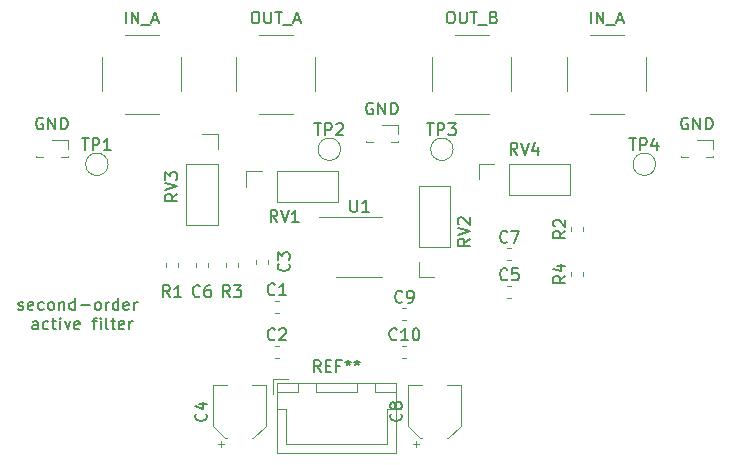
<source format=gbr>
G04 #@! TF.GenerationSoftware,KiCad,Pcbnew,(5.1.2)-2*
G04 #@! TF.CreationDate,2019-07-08T09:46:09+08:00*
G04 #@! TF.ProjectId,active_filter,61637469-7665-45f6-9669-6c7465722e6b,rev?*
G04 #@! TF.SameCoordinates,Original*
G04 #@! TF.FileFunction,Legend,Top*
G04 #@! TF.FilePolarity,Positive*
%FSLAX46Y46*%
G04 Gerber Fmt 4.6, Leading zero omitted, Abs format (unit mm)*
G04 Created by KiCad (PCBNEW (5.1.2)-2) date 2019-07-08 09:46:09*
%MOMM*%
%LPD*%
G04 APERTURE LIST*
%ADD10C,0.150000*%
%ADD11C,0.120000*%
G04 APERTURE END LIST*
D10*
X112729047Y-98004761D02*
X112824285Y-98052380D01*
X113014761Y-98052380D01*
X113110000Y-98004761D01*
X113157619Y-97909523D01*
X113157619Y-97861904D01*
X113110000Y-97766666D01*
X113014761Y-97719047D01*
X112871904Y-97719047D01*
X112776666Y-97671428D01*
X112729047Y-97576190D01*
X112729047Y-97528571D01*
X112776666Y-97433333D01*
X112871904Y-97385714D01*
X113014761Y-97385714D01*
X113110000Y-97433333D01*
X113967142Y-98004761D02*
X113871904Y-98052380D01*
X113681428Y-98052380D01*
X113586190Y-98004761D01*
X113538571Y-97909523D01*
X113538571Y-97528571D01*
X113586190Y-97433333D01*
X113681428Y-97385714D01*
X113871904Y-97385714D01*
X113967142Y-97433333D01*
X114014761Y-97528571D01*
X114014761Y-97623809D01*
X113538571Y-97719047D01*
X114871904Y-98004761D02*
X114776666Y-98052380D01*
X114586190Y-98052380D01*
X114490952Y-98004761D01*
X114443333Y-97957142D01*
X114395714Y-97861904D01*
X114395714Y-97576190D01*
X114443333Y-97480952D01*
X114490952Y-97433333D01*
X114586190Y-97385714D01*
X114776666Y-97385714D01*
X114871904Y-97433333D01*
X115443333Y-98052380D02*
X115348095Y-98004761D01*
X115300476Y-97957142D01*
X115252857Y-97861904D01*
X115252857Y-97576190D01*
X115300476Y-97480952D01*
X115348095Y-97433333D01*
X115443333Y-97385714D01*
X115586190Y-97385714D01*
X115681428Y-97433333D01*
X115729047Y-97480952D01*
X115776666Y-97576190D01*
X115776666Y-97861904D01*
X115729047Y-97957142D01*
X115681428Y-98004761D01*
X115586190Y-98052380D01*
X115443333Y-98052380D01*
X116205238Y-97385714D02*
X116205238Y-98052380D01*
X116205238Y-97480952D02*
X116252857Y-97433333D01*
X116348095Y-97385714D01*
X116490952Y-97385714D01*
X116586190Y-97433333D01*
X116633809Y-97528571D01*
X116633809Y-98052380D01*
X117538571Y-98052380D02*
X117538571Y-97052380D01*
X117538571Y-98004761D02*
X117443333Y-98052380D01*
X117252857Y-98052380D01*
X117157619Y-98004761D01*
X117110000Y-97957142D01*
X117062380Y-97861904D01*
X117062380Y-97576190D01*
X117110000Y-97480952D01*
X117157619Y-97433333D01*
X117252857Y-97385714D01*
X117443333Y-97385714D01*
X117538571Y-97433333D01*
X118014761Y-97671428D02*
X118776666Y-97671428D01*
X119395714Y-98052380D02*
X119300476Y-98004761D01*
X119252857Y-97957142D01*
X119205238Y-97861904D01*
X119205238Y-97576190D01*
X119252857Y-97480952D01*
X119300476Y-97433333D01*
X119395714Y-97385714D01*
X119538571Y-97385714D01*
X119633809Y-97433333D01*
X119681428Y-97480952D01*
X119729047Y-97576190D01*
X119729047Y-97861904D01*
X119681428Y-97957142D01*
X119633809Y-98004761D01*
X119538571Y-98052380D01*
X119395714Y-98052380D01*
X120157619Y-98052380D02*
X120157619Y-97385714D01*
X120157619Y-97576190D02*
X120205238Y-97480952D01*
X120252857Y-97433333D01*
X120348095Y-97385714D01*
X120443333Y-97385714D01*
X121205238Y-98052380D02*
X121205238Y-97052380D01*
X121205238Y-98004761D02*
X121110000Y-98052380D01*
X120919523Y-98052380D01*
X120824285Y-98004761D01*
X120776666Y-97957142D01*
X120729047Y-97861904D01*
X120729047Y-97576190D01*
X120776666Y-97480952D01*
X120824285Y-97433333D01*
X120919523Y-97385714D01*
X121110000Y-97385714D01*
X121205238Y-97433333D01*
X122062380Y-98004761D02*
X121967142Y-98052380D01*
X121776666Y-98052380D01*
X121681428Y-98004761D01*
X121633809Y-97909523D01*
X121633809Y-97528571D01*
X121681428Y-97433333D01*
X121776666Y-97385714D01*
X121967142Y-97385714D01*
X122062380Y-97433333D01*
X122110000Y-97528571D01*
X122110000Y-97623809D01*
X121633809Y-97719047D01*
X122538571Y-98052380D02*
X122538571Y-97385714D01*
X122538571Y-97576190D02*
X122586190Y-97480952D01*
X122633809Y-97433333D01*
X122729047Y-97385714D01*
X122824285Y-97385714D01*
X114371904Y-99702380D02*
X114371904Y-99178571D01*
X114324285Y-99083333D01*
X114229047Y-99035714D01*
X114038571Y-99035714D01*
X113943333Y-99083333D01*
X114371904Y-99654761D02*
X114276666Y-99702380D01*
X114038571Y-99702380D01*
X113943333Y-99654761D01*
X113895714Y-99559523D01*
X113895714Y-99464285D01*
X113943333Y-99369047D01*
X114038571Y-99321428D01*
X114276666Y-99321428D01*
X114371904Y-99273809D01*
X115276666Y-99654761D02*
X115181428Y-99702380D01*
X114990952Y-99702380D01*
X114895714Y-99654761D01*
X114848095Y-99607142D01*
X114800476Y-99511904D01*
X114800476Y-99226190D01*
X114848095Y-99130952D01*
X114895714Y-99083333D01*
X114990952Y-99035714D01*
X115181428Y-99035714D01*
X115276666Y-99083333D01*
X115562380Y-99035714D02*
X115943333Y-99035714D01*
X115705238Y-98702380D02*
X115705238Y-99559523D01*
X115752857Y-99654761D01*
X115848095Y-99702380D01*
X115943333Y-99702380D01*
X116276666Y-99702380D02*
X116276666Y-99035714D01*
X116276666Y-98702380D02*
X116229047Y-98750000D01*
X116276666Y-98797619D01*
X116324285Y-98750000D01*
X116276666Y-98702380D01*
X116276666Y-98797619D01*
X116657619Y-99035714D02*
X116895714Y-99702380D01*
X117133809Y-99035714D01*
X117895714Y-99654761D02*
X117800476Y-99702380D01*
X117610000Y-99702380D01*
X117514761Y-99654761D01*
X117467142Y-99559523D01*
X117467142Y-99178571D01*
X117514761Y-99083333D01*
X117610000Y-99035714D01*
X117800476Y-99035714D01*
X117895714Y-99083333D01*
X117943333Y-99178571D01*
X117943333Y-99273809D01*
X117467142Y-99369047D01*
X118990952Y-99035714D02*
X119371904Y-99035714D01*
X119133809Y-99702380D02*
X119133809Y-98845238D01*
X119181428Y-98750000D01*
X119276666Y-98702380D01*
X119371904Y-98702380D01*
X119705238Y-99702380D02*
X119705238Y-99035714D01*
X119705238Y-98702380D02*
X119657619Y-98750000D01*
X119705238Y-98797619D01*
X119752857Y-98750000D01*
X119705238Y-98702380D01*
X119705238Y-98797619D01*
X120324285Y-99702380D02*
X120229047Y-99654761D01*
X120181428Y-99559523D01*
X120181428Y-98702380D01*
X120562380Y-99035714D02*
X120943333Y-99035714D01*
X120705238Y-98702380D02*
X120705238Y-99559523D01*
X120752857Y-99654761D01*
X120848095Y-99702380D01*
X120943333Y-99702380D01*
X121657619Y-99654761D02*
X121562380Y-99702380D01*
X121371904Y-99702380D01*
X121276666Y-99654761D01*
X121229047Y-99559523D01*
X121229047Y-99178571D01*
X121276666Y-99083333D01*
X121371904Y-99035714D01*
X121562380Y-99035714D01*
X121657619Y-99083333D01*
X121705238Y-99178571D01*
X121705238Y-99273809D01*
X121229047Y-99369047D01*
X122133809Y-99702380D02*
X122133809Y-99035714D01*
X122133809Y-99226190D02*
X122181428Y-99130952D01*
X122229047Y-99083333D01*
X122324285Y-99035714D01*
X122419523Y-99035714D01*
D11*
X134310000Y-103930000D02*
X134310000Y-105180000D01*
X135560000Y-103930000D02*
X134310000Y-103930000D01*
X143960000Y-109430000D02*
X139660000Y-109430000D01*
X143960000Y-106480000D02*
X143960000Y-109430000D01*
X144710000Y-106480000D02*
X143960000Y-106480000D01*
X135360000Y-109430000D02*
X139660000Y-109430000D01*
X135360000Y-106480000D02*
X135360000Y-109430000D01*
X134610000Y-106480000D02*
X135360000Y-106480000D01*
X144710000Y-104230000D02*
X142910000Y-104230000D01*
X144710000Y-104980000D02*
X144710000Y-104230000D01*
X142910000Y-104980000D02*
X144710000Y-104980000D01*
X142910000Y-104230000D02*
X142910000Y-104980000D01*
X136410000Y-104230000D02*
X134610000Y-104230000D01*
X136410000Y-104980000D02*
X136410000Y-104230000D01*
X134610000Y-104980000D02*
X136410000Y-104980000D01*
X134610000Y-104230000D02*
X134610000Y-104980000D01*
X141410000Y-104230000D02*
X137910000Y-104230000D01*
X141410000Y-104980000D02*
X141410000Y-104230000D01*
X137910000Y-104980000D02*
X141410000Y-104980000D01*
X137910000Y-104230000D02*
X137910000Y-104980000D01*
X144720000Y-104220000D02*
X134600000Y-104220000D01*
X144720000Y-110190000D02*
X144720000Y-104220000D01*
X134600000Y-110190000D02*
X144720000Y-110190000D01*
X134600000Y-104220000D02*
X134600000Y-110190000D01*
X132020000Y-87630000D02*
X132020000Y-86300000D01*
X132020000Y-86300000D02*
X133350000Y-86300000D01*
X134620000Y-86300000D02*
X139760000Y-86300000D01*
X139760000Y-88960000D02*
X139760000Y-86300000D01*
X134620000Y-88960000D02*
X139760000Y-88960000D01*
X134620000Y-88960000D02*
X134620000Y-86300000D01*
X128270000Y-83125000D02*
X129600000Y-83125000D01*
X129600000Y-83125000D02*
X129600000Y-84455000D01*
X129600000Y-85725000D02*
X129600000Y-90865000D01*
X126940000Y-90865000D02*
X129600000Y-90865000D01*
X126940000Y-85725000D02*
X126940000Y-90865000D01*
X126940000Y-85725000D02*
X129600000Y-85725000D01*
X147955000Y-95310000D02*
X146625000Y-95310000D01*
X146625000Y-95310000D02*
X146625000Y-93980000D01*
X146625000Y-92710000D02*
X146625000Y-87570000D01*
X149285000Y-87570000D02*
X146625000Y-87570000D01*
X149285000Y-92710000D02*
X149285000Y-87570000D01*
X149285000Y-92710000D02*
X146625000Y-92710000D01*
X151705000Y-86995000D02*
X151705000Y-85665000D01*
X151705000Y-85665000D02*
X153035000Y-85665000D01*
X154305000Y-85665000D02*
X159445000Y-85665000D01*
X159445000Y-88325000D02*
X159445000Y-85665000D01*
X154305000Y-88325000D02*
X159445000Y-88325000D01*
X154305000Y-88325000D02*
X154305000Y-85665000D01*
X143510000Y-82425000D02*
X144840000Y-82425000D01*
X144840000Y-82425000D02*
X144840000Y-83185000D01*
X144840000Y-83760000D02*
X144840000Y-83880000D01*
X142180000Y-83760000D02*
X142180000Y-83880000D01*
X144270000Y-83880000D02*
X144840000Y-83880000D01*
X142180000Y-83880000D02*
X142750000Y-83880000D01*
X170180000Y-83695000D02*
X171510000Y-83695000D01*
X171510000Y-83695000D02*
X171510000Y-84455000D01*
X171510000Y-85030000D02*
X171510000Y-85150000D01*
X168850000Y-85030000D02*
X168850000Y-85150000D01*
X170940000Y-85150000D02*
X171510000Y-85150000D01*
X168850000Y-85150000D02*
X169420000Y-85150000D01*
X115570000Y-83695000D02*
X116900000Y-83695000D01*
X116900000Y-83695000D02*
X116900000Y-84455000D01*
X116900000Y-85030000D02*
X116900000Y-85150000D01*
X114240000Y-85030000D02*
X114240000Y-85150000D01*
X116330000Y-85150000D02*
X116900000Y-85150000D01*
X114240000Y-85150000D02*
X114810000Y-85150000D01*
X149540000Y-84455000D02*
G75*
G03X149540000Y-84455000I-950000J0D01*
G01*
X140015000Y-84455000D02*
G75*
G03X140015000Y-84455000I-950000J0D01*
G01*
X166685000Y-85725000D02*
G75*
G03X166685000Y-85725000I-950000J0D01*
G01*
X120330000Y-85725000D02*
G75*
G03X120330000Y-85725000I-950000J0D01*
G01*
X134448733Y-98300000D02*
X134791267Y-98300000D01*
X134448733Y-97280000D02*
X134791267Y-97280000D01*
X134448733Y-101090000D02*
X134791267Y-101090000D01*
X134448733Y-102110000D02*
X134791267Y-102110000D01*
X132840000Y-94151267D02*
X132840000Y-93808733D01*
X133860000Y-94151267D02*
X133860000Y-93808733D01*
X129635000Y-109430000D02*
X130135000Y-109430000D01*
X129885000Y-109680000D02*
X129885000Y-109180000D01*
X132640563Y-108940000D02*
X133705000Y-107875563D01*
X130249437Y-108940000D02*
X129185000Y-107875563D01*
X130249437Y-108940000D02*
X130385000Y-108940000D01*
X132640563Y-108940000D02*
X132505000Y-108940000D01*
X133705000Y-107875563D02*
X133705000Y-104420000D01*
X129185000Y-107875563D02*
X129185000Y-104420000D01*
X129185000Y-104420000D02*
X130385000Y-104420000D01*
X133705000Y-104420000D02*
X132505000Y-104420000D01*
X154133733Y-96010000D02*
X154476267Y-96010000D01*
X154133733Y-97030000D02*
X154476267Y-97030000D01*
X127760000Y-94048733D02*
X127760000Y-94391267D01*
X128780000Y-94048733D02*
X128780000Y-94391267D01*
X154133733Y-93855000D02*
X154476267Y-93855000D01*
X154133733Y-92835000D02*
X154476267Y-92835000D01*
X150215000Y-104420000D02*
X149015000Y-104420000D01*
X145695000Y-104420000D02*
X146895000Y-104420000D01*
X145695000Y-107875563D02*
X145695000Y-104420000D01*
X150215000Y-107875563D02*
X150215000Y-104420000D01*
X149150563Y-108940000D02*
X149015000Y-108940000D01*
X146759437Y-108940000D02*
X146895000Y-108940000D01*
X146759437Y-108940000D02*
X145695000Y-107875563D01*
X149150563Y-108940000D02*
X150215000Y-107875563D01*
X146395000Y-109680000D02*
X146395000Y-109180000D01*
X146145000Y-109430000D02*
X146645000Y-109430000D01*
X145243733Y-97915000D02*
X145586267Y-97915000D01*
X145243733Y-98935000D02*
X145586267Y-98935000D01*
X145243733Y-102110000D02*
X145586267Y-102110000D01*
X145243733Y-101090000D02*
X145586267Y-101090000D01*
X119835000Y-76655000D02*
X119835000Y-79555000D01*
X126545000Y-76655000D02*
X126545000Y-79555000D01*
X121740000Y-81460000D02*
X124640000Y-81460000D01*
X121740000Y-74750000D02*
X124640000Y-74750000D01*
X161110000Y-74750000D02*
X164010000Y-74750000D01*
X161110000Y-81460000D02*
X164010000Y-81460000D01*
X165915000Y-76655000D02*
X165915000Y-79555000D01*
X159205000Y-76655000D02*
X159205000Y-79555000D01*
X133075001Y-74750000D02*
X135975001Y-74750000D01*
X133075001Y-81460000D02*
X135975001Y-81460000D01*
X137880001Y-76655000D02*
X137880001Y-79555000D01*
X131170001Y-76655000D02*
X131170001Y-79555000D01*
X147775000Y-76655000D02*
X147775000Y-79555000D01*
X154485000Y-76655000D02*
X154485000Y-79555000D01*
X149680000Y-81460000D02*
X152580000Y-81460000D01*
X149680000Y-74750000D02*
X152580000Y-74750000D01*
X125220000Y-94391267D02*
X125220000Y-94048733D01*
X126240000Y-94391267D02*
X126240000Y-94048733D01*
X159510000Y-91371267D02*
X159510000Y-91028733D01*
X160530000Y-91371267D02*
X160530000Y-91028733D01*
X131320000Y-94391267D02*
X131320000Y-94048733D01*
X130300000Y-94391267D02*
X130300000Y-94048733D01*
X160530000Y-95181267D02*
X160530000Y-94838733D01*
X159510000Y-95181267D02*
X159510000Y-94838733D01*
X141605000Y-95270000D02*
X143555000Y-95270000D01*
X141605000Y-95270000D02*
X139655000Y-95270000D01*
X141605000Y-90150000D02*
X143555000Y-90150000D01*
X141605000Y-90150000D02*
X138155000Y-90150000D01*
D10*
X138326666Y-103322380D02*
X137993333Y-102846190D01*
X137755238Y-103322380D02*
X137755238Y-102322380D01*
X138136190Y-102322380D01*
X138231428Y-102370000D01*
X138279047Y-102417619D01*
X138326666Y-102512857D01*
X138326666Y-102655714D01*
X138279047Y-102750952D01*
X138231428Y-102798571D01*
X138136190Y-102846190D01*
X137755238Y-102846190D01*
X138755238Y-102798571D02*
X139088571Y-102798571D01*
X139231428Y-103322380D02*
X138755238Y-103322380D01*
X138755238Y-102322380D01*
X139231428Y-102322380D01*
X139993333Y-102798571D02*
X139660000Y-102798571D01*
X139660000Y-103322380D02*
X139660000Y-102322380D01*
X140136190Y-102322380D01*
X140660000Y-102322380D02*
X140660000Y-102560476D01*
X140421904Y-102465238D02*
X140660000Y-102560476D01*
X140898095Y-102465238D01*
X140517142Y-102750952D02*
X140660000Y-102560476D01*
X140802857Y-102750952D01*
X141421904Y-102322380D02*
X141421904Y-102560476D01*
X141183809Y-102465238D02*
X141421904Y-102560476D01*
X141660000Y-102465238D01*
X141279047Y-102750952D02*
X141421904Y-102560476D01*
X141564761Y-102750952D01*
X134659761Y-90622380D02*
X134326428Y-90146190D01*
X134088333Y-90622380D02*
X134088333Y-89622380D01*
X134469285Y-89622380D01*
X134564523Y-89670000D01*
X134612142Y-89717619D01*
X134659761Y-89812857D01*
X134659761Y-89955714D01*
X134612142Y-90050952D01*
X134564523Y-90098571D01*
X134469285Y-90146190D01*
X134088333Y-90146190D01*
X134945476Y-89622380D02*
X135278809Y-90622380D01*
X135612142Y-89622380D01*
X136469285Y-90622380D02*
X135897857Y-90622380D01*
X136183571Y-90622380D02*
X136183571Y-89622380D01*
X136088333Y-89765238D01*
X135993095Y-89860476D01*
X135897857Y-89908095D01*
X126182380Y-88225238D02*
X125706190Y-88558571D01*
X126182380Y-88796666D02*
X125182380Y-88796666D01*
X125182380Y-88415714D01*
X125230000Y-88320476D01*
X125277619Y-88272857D01*
X125372857Y-88225238D01*
X125515714Y-88225238D01*
X125610952Y-88272857D01*
X125658571Y-88320476D01*
X125706190Y-88415714D01*
X125706190Y-88796666D01*
X125182380Y-87939523D02*
X126182380Y-87606190D01*
X125182380Y-87272857D01*
X125182380Y-87034761D02*
X125182380Y-86415714D01*
X125563333Y-86749047D01*
X125563333Y-86606190D01*
X125610952Y-86510952D01*
X125658571Y-86463333D01*
X125753809Y-86415714D01*
X125991904Y-86415714D01*
X126087142Y-86463333D01*
X126134761Y-86510952D01*
X126182380Y-86606190D01*
X126182380Y-86891904D01*
X126134761Y-86987142D01*
X126087142Y-87034761D01*
X150947380Y-92035238D02*
X150471190Y-92368571D01*
X150947380Y-92606666D02*
X149947380Y-92606666D01*
X149947380Y-92225714D01*
X149995000Y-92130476D01*
X150042619Y-92082857D01*
X150137857Y-92035238D01*
X150280714Y-92035238D01*
X150375952Y-92082857D01*
X150423571Y-92130476D01*
X150471190Y-92225714D01*
X150471190Y-92606666D01*
X149947380Y-91749523D02*
X150947380Y-91416190D01*
X149947380Y-91082857D01*
X150042619Y-90797142D02*
X149995000Y-90749523D01*
X149947380Y-90654285D01*
X149947380Y-90416190D01*
X149995000Y-90320952D01*
X150042619Y-90273333D01*
X150137857Y-90225714D01*
X150233095Y-90225714D01*
X150375952Y-90273333D01*
X150947380Y-90844761D01*
X150947380Y-90225714D01*
X154979761Y-84907380D02*
X154646428Y-84431190D01*
X154408333Y-84907380D02*
X154408333Y-83907380D01*
X154789285Y-83907380D01*
X154884523Y-83955000D01*
X154932142Y-84002619D01*
X154979761Y-84097857D01*
X154979761Y-84240714D01*
X154932142Y-84335952D01*
X154884523Y-84383571D01*
X154789285Y-84431190D01*
X154408333Y-84431190D01*
X155265476Y-83907380D02*
X155598809Y-84907380D01*
X155932142Y-83907380D01*
X156694047Y-84240714D02*
X156694047Y-84907380D01*
X156455952Y-83859761D02*
X156217857Y-84574047D01*
X156836904Y-84574047D01*
X142748095Y-80550000D02*
X142652857Y-80502380D01*
X142510000Y-80502380D01*
X142367142Y-80550000D01*
X142271904Y-80645238D01*
X142224285Y-80740476D01*
X142176666Y-80930952D01*
X142176666Y-81073809D01*
X142224285Y-81264285D01*
X142271904Y-81359523D01*
X142367142Y-81454761D01*
X142510000Y-81502380D01*
X142605238Y-81502380D01*
X142748095Y-81454761D01*
X142795714Y-81407142D01*
X142795714Y-81073809D01*
X142605238Y-81073809D01*
X143224285Y-81502380D02*
X143224285Y-80502380D01*
X143795714Y-81502380D01*
X143795714Y-80502380D01*
X144271904Y-81502380D02*
X144271904Y-80502380D01*
X144510000Y-80502380D01*
X144652857Y-80550000D01*
X144748095Y-80645238D01*
X144795714Y-80740476D01*
X144843333Y-80930952D01*
X144843333Y-81073809D01*
X144795714Y-81264285D01*
X144748095Y-81359523D01*
X144652857Y-81454761D01*
X144510000Y-81502380D01*
X144271904Y-81502380D01*
X169418095Y-81820000D02*
X169322857Y-81772380D01*
X169180000Y-81772380D01*
X169037142Y-81820000D01*
X168941904Y-81915238D01*
X168894285Y-82010476D01*
X168846666Y-82200952D01*
X168846666Y-82343809D01*
X168894285Y-82534285D01*
X168941904Y-82629523D01*
X169037142Y-82724761D01*
X169180000Y-82772380D01*
X169275238Y-82772380D01*
X169418095Y-82724761D01*
X169465714Y-82677142D01*
X169465714Y-82343809D01*
X169275238Y-82343809D01*
X169894285Y-82772380D02*
X169894285Y-81772380D01*
X170465714Y-82772380D01*
X170465714Y-81772380D01*
X170941904Y-82772380D02*
X170941904Y-81772380D01*
X171180000Y-81772380D01*
X171322857Y-81820000D01*
X171418095Y-81915238D01*
X171465714Y-82010476D01*
X171513333Y-82200952D01*
X171513333Y-82343809D01*
X171465714Y-82534285D01*
X171418095Y-82629523D01*
X171322857Y-82724761D01*
X171180000Y-82772380D01*
X170941904Y-82772380D01*
X114808095Y-81820000D02*
X114712857Y-81772380D01*
X114570000Y-81772380D01*
X114427142Y-81820000D01*
X114331904Y-81915238D01*
X114284285Y-82010476D01*
X114236666Y-82200952D01*
X114236666Y-82343809D01*
X114284285Y-82534285D01*
X114331904Y-82629523D01*
X114427142Y-82724761D01*
X114570000Y-82772380D01*
X114665238Y-82772380D01*
X114808095Y-82724761D01*
X114855714Y-82677142D01*
X114855714Y-82343809D01*
X114665238Y-82343809D01*
X115284285Y-82772380D02*
X115284285Y-81772380D01*
X115855714Y-82772380D01*
X115855714Y-81772380D01*
X116331904Y-82772380D02*
X116331904Y-81772380D01*
X116570000Y-81772380D01*
X116712857Y-81820000D01*
X116808095Y-81915238D01*
X116855714Y-82010476D01*
X116903333Y-82200952D01*
X116903333Y-82343809D01*
X116855714Y-82534285D01*
X116808095Y-82629523D01*
X116712857Y-82724761D01*
X116570000Y-82772380D01*
X116331904Y-82772380D01*
X147328095Y-82259380D02*
X147899523Y-82259380D01*
X147613809Y-83259380D02*
X147613809Y-82259380D01*
X148232857Y-83259380D02*
X148232857Y-82259380D01*
X148613809Y-82259380D01*
X148709047Y-82307000D01*
X148756666Y-82354619D01*
X148804285Y-82449857D01*
X148804285Y-82592714D01*
X148756666Y-82687952D01*
X148709047Y-82735571D01*
X148613809Y-82783190D01*
X148232857Y-82783190D01*
X149137619Y-82259380D02*
X149756666Y-82259380D01*
X149423333Y-82640333D01*
X149566190Y-82640333D01*
X149661428Y-82687952D01*
X149709047Y-82735571D01*
X149756666Y-82830809D01*
X149756666Y-83068904D01*
X149709047Y-83164142D01*
X149661428Y-83211761D01*
X149566190Y-83259380D01*
X149280476Y-83259380D01*
X149185238Y-83211761D01*
X149137619Y-83164142D01*
X137803095Y-82259380D02*
X138374523Y-82259380D01*
X138088809Y-83259380D02*
X138088809Y-82259380D01*
X138707857Y-83259380D02*
X138707857Y-82259380D01*
X139088809Y-82259380D01*
X139184047Y-82307000D01*
X139231666Y-82354619D01*
X139279285Y-82449857D01*
X139279285Y-82592714D01*
X139231666Y-82687952D01*
X139184047Y-82735571D01*
X139088809Y-82783190D01*
X138707857Y-82783190D01*
X139660238Y-82354619D02*
X139707857Y-82307000D01*
X139803095Y-82259380D01*
X140041190Y-82259380D01*
X140136428Y-82307000D01*
X140184047Y-82354619D01*
X140231666Y-82449857D01*
X140231666Y-82545095D01*
X140184047Y-82687952D01*
X139612619Y-83259380D01*
X140231666Y-83259380D01*
X164473095Y-83529380D02*
X165044523Y-83529380D01*
X164758809Y-84529380D02*
X164758809Y-83529380D01*
X165377857Y-84529380D02*
X165377857Y-83529380D01*
X165758809Y-83529380D01*
X165854047Y-83577000D01*
X165901666Y-83624619D01*
X165949285Y-83719857D01*
X165949285Y-83862714D01*
X165901666Y-83957952D01*
X165854047Y-84005571D01*
X165758809Y-84053190D01*
X165377857Y-84053190D01*
X166806428Y-83862714D02*
X166806428Y-84529380D01*
X166568333Y-83481761D02*
X166330238Y-84196047D01*
X166949285Y-84196047D01*
X118118095Y-83529380D02*
X118689523Y-83529380D01*
X118403809Y-84529380D02*
X118403809Y-83529380D01*
X119022857Y-84529380D02*
X119022857Y-83529380D01*
X119403809Y-83529380D01*
X119499047Y-83577000D01*
X119546666Y-83624619D01*
X119594285Y-83719857D01*
X119594285Y-83862714D01*
X119546666Y-83957952D01*
X119499047Y-84005571D01*
X119403809Y-84053190D01*
X119022857Y-84053190D01*
X120546666Y-84529380D02*
X119975238Y-84529380D01*
X120260952Y-84529380D02*
X120260952Y-83529380D01*
X120165714Y-83672238D01*
X120070476Y-83767476D01*
X119975238Y-83815095D01*
X134453333Y-96717142D02*
X134405714Y-96764761D01*
X134262857Y-96812380D01*
X134167619Y-96812380D01*
X134024761Y-96764761D01*
X133929523Y-96669523D01*
X133881904Y-96574285D01*
X133834285Y-96383809D01*
X133834285Y-96240952D01*
X133881904Y-96050476D01*
X133929523Y-95955238D01*
X134024761Y-95860000D01*
X134167619Y-95812380D01*
X134262857Y-95812380D01*
X134405714Y-95860000D01*
X134453333Y-95907619D01*
X135405714Y-96812380D02*
X134834285Y-96812380D01*
X135120000Y-96812380D02*
X135120000Y-95812380D01*
X135024761Y-95955238D01*
X134929523Y-96050476D01*
X134834285Y-96098095D01*
X134453333Y-100527142D02*
X134405714Y-100574761D01*
X134262857Y-100622380D01*
X134167619Y-100622380D01*
X134024761Y-100574761D01*
X133929523Y-100479523D01*
X133881904Y-100384285D01*
X133834285Y-100193809D01*
X133834285Y-100050952D01*
X133881904Y-99860476D01*
X133929523Y-99765238D01*
X134024761Y-99670000D01*
X134167619Y-99622380D01*
X134262857Y-99622380D01*
X134405714Y-99670000D01*
X134453333Y-99717619D01*
X134834285Y-99717619D02*
X134881904Y-99670000D01*
X134977142Y-99622380D01*
X135215238Y-99622380D01*
X135310476Y-99670000D01*
X135358095Y-99717619D01*
X135405714Y-99812857D01*
X135405714Y-99908095D01*
X135358095Y-100050952D01*
X134786666Y-100622380D01*
X135405714Y-100622380D01*
X135612142Y-94146666D02*
X135659761Y-94194285D01*
X135707380Y-94337142D01*
X135707380Y-94432380D01*
X135659761Y-94575238D01*
X135564523Y-94670476D01*
X135469285Y-94718095D01*
X135278809Y-94765714D01*
X135135952Y-94765714D01*
X134945476Y-94718095D01*
X134850238Y-94670476D01*
X134755000Y-94575238D01*
X134707380Y-94432380D01*
X134707380Y-94337142D01*
X134755000Y-94194285D01*
X134802619Y-94146666D01*
X134707380Y-93813333D02*
X134707380Y-93194285D01*
X135088333Y-93527619D01*
X135088333Y-93384761D01*
X135135952Y-93289523D01*
X135183571Y-93241904D01*
X135278809Y-93194285D01*
X135516904Y-93194285D01*
X135612142Y-93241904D01*
X135659761Y-93289523D01*
X135707380Y-93384761D01*
X135707380Y-93670476D01*
X135659761Y-93765714D01*
X135612142Y-93813333D01*
X128602142Y-106846666D02*
X128649761Y-106894285D01*
X128697380Y-107037142D01*
X128697380Y-107132380D01*
X128649761Y-107275238D01*
X128554523Y-107370476D01*
X128459285Y-107418095D01*
X128268809Y-107465714D01*
X128125952Y-107465714D01*
X127935476Y-107418095D01*
X127840238Y-107370476D01*
X127745000Y-107275238D01*
X127697380Y-107132380D01*
X127697380Y-107037142D01*
X127745000Y-106894285D01*
X127792619Y-106846666D01*
X128030714Y-105989523D02*
X128697380Y-105989523D01*
X127649761Y-106227619D02*
X128364047Y-106465714D01*
X128364047Y-105846666D01*
X154138333Y-95447142D02*
X154090714Y-95494761D01*
X153947857Y-95542380D01*
X153852619Y-95542380D01*
X153709761Y-95494761D01*
X153614523Y-95399523D01*
X153566904Y-95304285D01*
X153519285Y-95113809D01*
X153519285Y-94970952D01*
X153566904Y-94780476D01*
X153614523Y-94685238D01*
X153709761Y-94590000D01*
X153852619Y-94542380D01*
X153947857Y-94542380D01*
X154090714Y-94590000D01*
X154138333Y-94637619D01*
X155043095Y-94542380D02*
X154566904Y-94542380D01*
X154519285Y-95018571D01*
X154566904Y-94970952D01*
X154662142Y-94923333D01*
X154900238Y-94923333D01*
X154995476Y-94970952D01*
X155043095Y-95018571D01*
X155090714Y-95113809D01*
X155090714Y-95351904D01*
X155043095Y-95447142D01*
X154995476Y-95494761D01*
X154900238Y-95542380D01*
X154662142Y-95542380D01*
X154566904Y-95494761D01*
X154519285Y-95447142D01*
X128103333Y-96877142D02*
X128055714Y-96924761D01*
X127912857Y-96972380D01*
X127817619Y-96972380D01*
X127674761Y-96924761D01*
X127579523Y-96829523D01*
X127531904Y-96734285D01*
X127484285Y-96543809D01*
X127484285Y-96400952D01*
X127531904Y-96210476D01*
X127579523Y-96115238D01*
X127674761Y-96020000D01*
X127817619Y-95972380D01*
X127912857Y-95972380D01*
X128055714Y-96020000D01*
X128103333Y-96067619D01*
X128960476Y-95972380D02*
X128770000Y-95972380D01*
X128674761Y-96020000D01*
X128627142Y-96067619D01*
X128531904Y-96210476D01*
X128484285Y-96400952D01*
X128484285Y-96781904D01*
X128531904Y-96877142D01*
X128579523Y-96924761D01*
X128674761Y-96972380D01*
X128865238Y-96972380D01*
X128960476Y-96924761D01*
X129008095Y-96877142D01*
X129055714Y-96781904D01*
X129055714Y-96543809D01*
X129008095Y-96448571D01*
X128960476Y-96400952D01*
X128865238Y-96353333D01*
X128674761Y-96353333D01*
X128579523Y-96400952D01*
X128531904Y-96448571D01*
X128484285Y-96543809D01*
X154138333Y-92272142D02*
X154090714Y-92319761D01*
X153947857Y-92367380D01*
X153852619Y-92367380D01*
X153709761Y-92319761D01*
X153614523Y-92224523D01*
X153566904Y-92129285D01*
X153519285Y-91938809D01*
X153519285Y-91795952D01*
X153566904Y-91605476D01*
X153614523Y-91510238D01*
X153709761Y-91415000D01*
X153852619Y-91367380D01*
X153947857Y-91367380D01*
X154090714Y-91415000D01*
X154138333Y-91462619D01*
X154471666Y-91367380D02*
X155138333Y-91367380D01*
X154709761Y-92367380D01*
X145112142Y-106846666D02*
X145159761Y-106894285D01*
X145207380Y-107037142D01*
X145207380Y-107132380D01*
X145159761Y-107275238D01*
X145064523Y-107370476D01*
X144969285Y-107418095D01*
X144778809Y-107465714D01*
X144635952Y-107465714D01*
X144445476Y-107418095D01*
X144350238Y-107370476D01*
X144255000Y-107275238D01*
X144207380Y-107132380D01*
X144207380Y-107037142D01*
X144255000Y-106894285D01*
X144302619Y-106846666D01*
X144635952Y-106275238D02*
X144588333Y-106370476D01*
X144540714Y-106418095D01*
X144445476Y-106465714D01*
X144397857Y-106465714D01*
X144302619Y-106418095D01*
X144255000Y-106370476D01*
X144207380Y-106275238D01*
X144207380Y-106084761D01*
X144255000Y-105989523D01*
X144302619Y-105941904D01*
X144397857Y-105894285D01*
X144445476Y-105894285D01*
X144540714Y-105941904D01*
X144588333Y-105989523D01*
X144635952Y-106084761D01*
X144635952Y-106275238D01*
X144683571Y-106370476D01*
X144731190Y-106418095D01*
X144826428Y-106465714D01*
X145016904Y-106465714D01*
X145112142Y-106418095D01*
X145159761Y-106370476D01*
X145207380Y-106275238D01*
X145207380Y-106084761D01*
X145159761Y-105989523D01*
X145112142Y-105941904D01*
X145016904Y-105894285D01*
X144826428Y-105894285D01*
X144731190Y-105941904D01*
X144683571Y-105989523D01*
X144635952Y-106084761D01*
X145248333Y-97352142D02*
X145200714Y-97399761D01*
X145057857Y-97447380D01*
X144962619Y-97447380D01*
X144819761Y-97399761D01*
X144724523Y-97304523D01*
X144676904Y-97209285D01*
X144629285Y-97018809D01*
X144629285Y-96875952D01*
X144676904Y-96685476D01*
X144724523Y-96590238D01*
X144819761Y-96495000D01*
X144962619Y-96447380D01*
X145057857Y-96447380D01*
X145200714Y-96495000D01*
X145248333Y-96542619D01*
X145724523Y-97447380D02*
X145915000Y-97447380D01*
X146010238Y-97399761D01*
X146057857Y-97352142D01*
X146153095Y-97209285D01*
X146200714Y-97018809D01*
X146200714Y-96637857D01*
X146153095Y-96542619D01*
X146105476Y-96495000D01*
X146010238Y-96447380D01*
X145819761Y-96447380D01*
X145724523Y-96495000D01*
X145676904Y-96542619D01*
X145629285Y-96637857D01*
X145629285Y-96875952D01*
X145676904Y-96971190D01*
X145724523Y-97018809D01*
X145819761Y-97066428D01*
X146010238Y-97066428D01*
X146105476Y-97018809D01*
X146153095Y-96971190D01*
X146200714Y-96875952D01*
X144772142Y-100527142D02*
X144724523Y-100574761D01*
X144581666Y-100622380D01*
X144486428Y-100622380D01*
X144343571Y-100574761D01*
X144248333Y-100479523D01*
X144200714Y-100384285D01*
X144153095Y-100193809D01*
X144153095Y-100050952D01*
X144200714Y-99860476D01*
X144248333Y-99765238D01*
X144343571Y-99670000D01*
X144486428Y-99622380D01*
X144581666Y-99622380D01*
X144724523Y-99670000D01*
X144772142Y-99717619D01*
X145724523Y-100622380D02*
X145153095Y-100622380D01*
X145438809Y-100622380D02*
X145438809Y-99622380D01*
X145343571Y-99765238D01*
X145248333Y-99860476D01*
X145153095Y-99908095D01*
X146343571Y-99622380D02*
X146438809Y-99622380D01*
X146534047Y-99670000D01*
X146581666Y-99717619D01*
X146629285Y-99812857D01*
X146676904Y-100003333D01*
X146676904Y-100241428D01*
X146629285Y-100431904D01*
X146581666Y-100527142D01*
X146534047Y-100574761D01*
X146438809Y-100622380D01*
X146343571Y-100622380D01*
X146248333Y-100574761D01*
X146200714Y-100527142D01*
X146153095Y-100431904D01*
X146105476Y-100241428D01*
X146105476Y-100003333D01*
X146153095Y-99812857D01*
X146200714Y-99717619D01*
X146248333Y-99670000D01*
X146343571Y-99622380D01*
X121856666Y-73807380D02*
X121856666Y-72807380D01*
X122332857Y-73807380D02*
X122332857Y-72807380D01*
X122904285Y-73807380D01*
X122904285Y-72807380D01*
X123142380Y-73902619D02*
X123904285Y-73902619D01*
X124094761Y-73521666D02*
X124570952Y-73521666D01*
X123999523Y-73807380D02*
X124332857Y-72807380D01*
X124666190Y-73807380D01*
X161226666Y-73807380D02*
X161226666Y-72807380D01*
X161702857Y-73807380D02*
X161702857Y-72807380D01*
X162274285Y-73807380D01*
X162274285Y-72807380D01*
X162512380Y-73902619D02*
X163274285Y-73902619D01*
X163464761Y-73521666D02*
X163940952Y-73521666D01*
X163369523Y-73807380D02*
X163702857Y-72807380D01*
X164036190Y-73807380D01*
X132715477Y-72807380D02*
X132905953Y-72807380D01*
X133001191Y-72855000D01*
X133096429Y-72950238D01*
X133144048Y-73140714D01*
X133144048Y-73474047D01*
X133096429Y-73664523D01*
X133001191Y-73759761D01*
X132905953Y-73807380D01*
X132715477Y-73807380D01*
X132620239Y-73759761D01*
X132525001Y-73664523D01*
X132477381Y-73474047D01*
X132477381Y-73140714D01*
X132525001Y-72950238D01*
X132620239Y-72855000D01*
X132715477Y-72807380D01*
X133572620Y-72807380D02*
X133572620Y-73616904D01*
X133620239Y-73712142D01*
X133667858Y-73759761D01*
X133763096Y-73807380D01*
X133953572Y-73807380D01*
X134048810Y-73759761D01*
X134096429Y-73712142D01*
X134144048Y-73616904D01*
X134144048Y-72807380D01*
X134477381Y-72807380D02*
X135048810Y-72807380D01*
X134763096Y-73807380D02*
X134763096Y-72807380D01*
X135144048Y-73902619D02*
X135905953Y-73902619D01*
X136096429Y-73521666D02*
X136572620Y-73521666D01*
X136001191Y-73807380D02*
X136334524Y-72807380D01*
X136667858Y-73807380D01*
X149249047Y-72807380D02*
X149439523Y-72807380D01*
X149534761Y-72855000D01*
X149630000Y-72950238D01*
X149677619Y-73140714D01*
X149677619Y-73474047D01*
X149630000Y-73664523D01*
X149534761Y-73759761D01*
X149439523Y-73807380D01*
X149249047Y-73807380D01*
X149153809Y-73759761D01*
X149058571Y-73664523D01*
X149010952Y-73474047D01*
X149010952Y-73140714D01*
X149058571Y-72950238D01*
X149153809Y-72855000D01*
X149249047Y-72807380D01*
X150106190Y-72807380D02*
X150106190Y-73616904D01*
X150153809Y-73712142D01*
X150201428Y-73759761D01*
X150296666Y-73807380D01*
X150487142Y-73807380D01*
X150582380Y-73759761D01*
X150630000Y-73712142D01*
X150677619Y-73616904D01*
X150677619Y-72807380D01*
X151010952Y-72807380D02*
X151582380Y-72807380D01*
X151296666Y-73807380D02*
X151296666Y-72807380D01*
X151677619Y-73902619D02*
X152439523Y-73902619D01*
X153010952Y-73283571D02*
X153153809Y-73331190D01*
X153201428Y-73378809D01*
X153249047Y-73474047D01*
X153249047Y-73616904D01*
X153201428Y-73712142D01*
X153153809Y-73759761D01*
X153058571Y-73807380D01*
X152677619Y-73807380D01*
X152677619Y-72807380D01*
X153010952Y-72807380D01*
X153106190Y-72855000D01*
X153153809Y-72902619D01*
X153201428Y-72997857D01*
X153201428Y-73093095D01*
X153153809Y-73188333D01*
X153106190Y-73235952D01*
X153010952Y-73283571D01*
X152677619Y-73283571D01*
X125563333Y-96972380D02*
X125230000Y-96496190D01*
X124991904Y-96972380D02*
X124991904Y-95972380D01*
X125372857Y-95972380D01*
X125468095Y-96020000D01*
X125515714Y-96067619D01*
X125563333Y-96162857D01*
X125563333Y-96305714D01*
X125515714Y-96400952D01*
X125468095Y-96448571D01*
X125372857Y-96496190D01*
X124991904Y-96496190D01*
X126515714Y-96972380D02*
X125944285Y-96972380D01*
X126230000Y-96972380D02*
X126230000Y-95972380D01*
X126134761Y-96115238D01*
X126039523Y-96210476D01*
X125944285Y-96258095D01*
X159042380Y-91366666D02*
X158566190Y-91700000D01*
X159042380Y-91938095D02*
X158042380Y-91938095D01*
X158042380Y-91557142D01*
X158090000Y-91461904D01*
X158137619Y-91414285D01*
X158232857Y-91366666D01*
X158375714Y-91366666D01*
X158470952Y-91414285D01*
X158518571Y-91461904D01*
X158566190Y-91557142D01*
X158566190Y-91938095D01*
X158137619Y-90985714D02*
X158090000Y-90938095D01*
X158042380Y-90842857D01*
X158042380Y-90604761D01*
X158090000Y-90509523D01*
X158137619Y-90461904D01*
X158232857Y-90414285D01*
X158328095Y-90414285D01*
X158470952Y-90461904D01*
X159042380Y-91033333D01*
X159042380Y-90414285D01*
X130643333Y-96972380D02*
X130310000Y-96496190D01*
X130071904Y-96972380D02*
X130071904Y-95972380D01*
X130452857Y-95972380D01*
X130548095Y-96020000D01*
X130595714Y-96067619D01*
X130643333Y-96162857D01*
X130643333Y-96305714D01*
X130595714Y-96400952D01*
X130548095Y-96448571D01*
X130452857Y-96496190D01*
X130071904Y-96496190D01*
X130976666Y-95972380D02*
X131595714Y-95972380D01*
X131262380Y-96353333D01*
X131405238Y-96353333D01*
X131500476Y-96400952D01*
X131548095Y-96448571D01*
X131595714Y-96543809D01*
X131595714Y-96781904D01*
X131548095Y-96877142D01*
X131500476Y-96924761D01*
X131405238Y-96972380D01*
X131119523Y-96972380D01*
X131024285Y-96924761D01*
X130976666Y-96877142D01*
X159042380Y-95176666D02*
X158566190Y-95510000D01*
X159042380Y-95748095D02*
X158042380Y-95748095D01*
X158042380Y-95367142D01*
X158090000Y-95271904D01*
X158137619Y-95224285D01*
X158232857Y-95176666D01*
X158375714Y-95176666D01*
X158470952Y-95224285D01*
X158518571Y-95271904D01*
X158566190Y-95367142D01*
X158566190Y-95748095D01*
X158375714Y-94319523D02*
X159042380Y-94319523D01*
X157994761Y-94557619D02*
X158709047Y-94795714D01*
X158709047Y-94176666D01*
X140843095Y-88762380D02*
X140843095Y-89571904D01*
X140890714Y-89667142D01*
X140938333Y-89714761D01*
X141033571Y-89762380D01*
X141224047Y-89762380D01*
X141319285Y-89714761D01*
X141366904Y-89667142D01*
X141414523Y-89571904D01*
X141414523Y-88762380D01*
X142414523Y-89762380D02*
X141843095Y-89762380D01*
X142128809Y-89762380D02*
X142128809Y-88762380D01*
X142033571Y-88905238D01*
X141938333Y-89000476D01*
X141843095Y-89048095D01*
M02*

</source>
